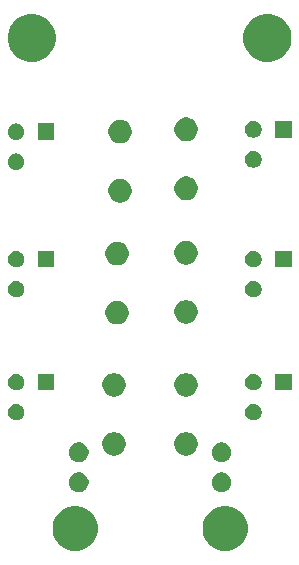
<source format=gbr>
G04 #@! TF.GenerationSoftware,KiCad,Pcbnew,5.0.2-5.fc29*
G04 #@! TF.CreationDate,2019-03-13T23:33:12-07:00*
G04 #@! TF.ProjectId,electroscope_pth,656c6563-7472-46f7-9363-6f70655f7074,rev?*
G04 #@! TF.SameCoordinates,Original*
G04 #@! TF.FileFunction,Soldermask,Top*
G04 #@! TF.FilePolarity,Negative*
%FSLAX46Y46*%
G04 Gerber Fmt 4.6, Leading zero omitted, Abs format (unit mm)*
G04 Created by KiCad (PCBNEW 5.0.2-5.fc29) date Wed 13 Mar 2019 11:33:12 PM PDT*
%MOMM*%
%LPD*%
G01*
G04 APERTURE LIST*
%ADD10C,0.100000*%
G04 APERTURE END LIST*
D10*
G36*
X146669165Y-110568408D02*
X146669167Y-110568409D01*
X146669168Y-110568409D01*
X147015856Y-110712011D01*
X147326458Y-110919549D01*
X147327869Y-110920492D01*
X147593208Y-111185831D01*
X147593210Y-111185834D01*
X147801689Y-111497844D01*
X147945291Y-111844532D01*
X148018500Y-112212574D01*
X148018500Y-112587826D01*
X147945291Y-112955868D01*
X147801689Y-113302556D01*
X147594151Y-113613158D01*
X147593208Y-113614569D01*
X147327869Y-113879908D01*
X147327866Y-113879910D01*
X147015856Y-114088389D01*
X146669168Y-114231991D01*
X146669167Y-114231991D01*
X146669165Y-114231992D01*
X146301128Y-114305200D01*
X145925872Y-114305200D01*
X145557835Y-114231992D01*
X145557833Y-114231991D01*
X145557832Y-114231991D01*
X145211144Y-114088389D01*
X144899134Y-113879910D01*
X144899131Y-113879908D01*
X144633792Y-113614569D01*
X144632849Y-113613158D01*
X144425311Y-113302556D01*
X144281709Y-112955868D01*
X144208500Y-112587826D01*
X144208500Y-112212574D01*
X144281709Y-111844532D01*
X144425311Y-111497844D01*
X144633790Y-111185834D01*
X144633792Y-111185831D01*
X144899131Y-110920492D01*
X144900542Y-110919549D01*
X145211144Y-110712011D01*
X145557832Y-110568409D01*
X145557833Y-110568409D01*
X145557835Y-110568408D01*
X145925872Y-110495200D01*
X146301128Y-110495200D01*
X146669165Y-110568408D01*
X146669165Y-110568408D01*
G37*
G36*
X133969165Y-110568408D02*
X133969167Y-110568409D01*
X133969168Y-110568409D01*
X134315856Y-110712011D01*
X134626458Y-110919549D01*
X134627869Y-110920492D01*
X134893208Y-111185831D01*
X134893210Y-111185834D01*
X135101689Y-111497844D01*
X135245291Y-111844532D01*
X135318500Y-112212574D01*
X135318500Y-112587826D01*
X135245291Y-112955868D01*
X135101689Y-113302556D01*
X134894151Y-113613158D01*
X134893208Y-113614569D01*
X134627869Y-113879908D01*
X134627866Y-113879910D01*
X134315856Y-114088389D01*
X133969168Y-114231991D01*
X133969167Y-114231991D01*
X133969165Y-114231992D01*
X133601128Y-114305200D01*
X133225872Y-114305200D01*
X132857835Y-114231992D01*
X132857833Y-114231991D01*
X132857832Y-114231991D01*
X132511144Y-114088389D01*
X132199134Y-113879910D01*
X132199131Y-113879908D01*
X131933792Y-113614569D01*
X131932849Y-113613158D01*
X131725311Y-113302556D01*
X131581709Y-112955868D01*
X131508500Y-112587826D01*
X131508500Y-112212574D01*
X131581709Y-111844532D01*
X131725311Y-111497844D01*
X131933790Y-111185834D01*
X131933792Y-111185831D01*
X132199131Y-110920492D01*
X132200542Y-110919549D01*
X132511144Y-110712011D01*
X132857832Y-110568409D01*
X132857833Y-110568409D01*
X132857835Y-110568408D01*
X133225872Y-110495200D01*
X133601128Y-110495200D01*
X133969165Y-110568408D01*
X133969165Y-110568408D01*
G37*
G36*
X146056494Y-107684011D02*
X146209037Y-107747196D01*
X146346325Y-107838929D01*
X146463071Y-107955675D01*
X146554804Y-108092963D01*
X146617989Y-108245506D01*
X146650200Y-108407443D01*
X146650200Y-108572557D01*
X146617989Y-108734494D01*
X146554804Y-108887037D01*
X146463071Y-109024325D01*
X146346325Y-109141071D01*
X146209037Y-109232804D01*
X146056494Y-109295989D01*
X145894557Y-109328200D01*
X145729443Y-109328200D01*
X145567506Y-109295989D01*
X145414963Y-109232804D01*
X145277675Y-109141071D01*
X145160929Y-109024325D01*
X145069196Y-108887037D01*
X145006011Y-108734494D01*
X144973800Y-108572557D01*
X144973800Y-108407443D01*
X145006011Y-108245506D01*
X145069196Y-108092963D01*
X145160929Y-107955675D01*
X145277675Y-107838929D01*
X145414963Y-107747196D01*
X145567506Y-107684011D01*
X145729443Y-107651800D01*
X145894557Y-107651800D01*
X146056494Y-107684011D01*
X146056494Y-107684011D01*
G37*
G36*
X133960494Y-107684011D02*
X134113037Y-107747196D01*
X134250325Y-107838929D01*
X134367071Y-107955675D01*
X134458804Y-108092963D01*
X134521989Y-108245506D01*
X134554200Y-108407443D01*
X134554200Y-108572557D01*
X134521989Y-108734494D01*
X134458804Y-108887037D01*
X134367071Y-109024325D01*
X134250325Y-109141071D01*
X134113037Y-109232804D01*
X133960494Y-109295989D01*
X133798557Y-109328200D01*
X133633443Y-109328200D01*
X133471506Y-109295989D01*
X133318963Y-109232804D01*
X133181675Y-109141071D01*
X133064929Y-109024325D01*
X132973196Y-108887037D01*
X132910011Y-108734494D01*
X132877800Y-108572557D01*
X132877800Y-108407443D01*
X132910011Y-108245506D01*
X132973196Y-108092963D01*
X133064929Y-107955675D01*
X133181675Y-107838929D01*
X133318963Y-107747196D01*
X133471506Y-107684011D01*
X133633443Y-107651800D01*
X133798557Y-107651800D01*
X133960494Y-107684011D01*
X133960494Y-107684011D01*
G37*
G36*
X146056494Y-105144011D02*
X146209037Y-105207196D01*
X146346325Y-105298929D01*
X146463071Y-105415675D01*
X146554804Y-105552963D01*
X146617989Y-105705506D01*
X146650200Y-105867443D01*
X146650200Y-106032557D01*
X146617989Y-106194494D01*
X146554804Y-106347037D01*
X146463071Y-106484325D01*
X146346325Y-106601071D01*
X146209037Y-106692804D01*
X146056494Y-106755989D01*
X145894557Y-106788200D01*
X145729443Y-106788200D01*
X145567506Y-106755989D01*
X145414963Y-106692804D01*
X145277675Y-106601071D01*
X145160929Y-106484325D01*
X145069196Y-106347037D01*
X145006011Y-106194494D01*
X144973800Y-106032557D01*
X144973800Y-105867443D01*
X145006011Y-105705506D01*
X145069196Y-105552963D01*
X145160929Y-105415675D01*
X145277675Y-105298929D01*
X145414963Y-105207196D01*
X145567506Y-105144011D01*
X145729443Y-105111800D01*
X145894557Y-105111800D01*
X146056494Y-105144011D01*
X146056494Y-105144011D01*
G37*
G36*
X133960494Y-105144011D02*
X134113037Y-105207196D01*
X134250325Y-105298929D01*
X134367071Y-105415675D01*
X134458804Y-105552963D01*
X134521989Y-105705506D01*
X134554200Y-105867443D01*
X134554200Y-106032557D01*
X134521989Y-106194494D01*
X134458804Y-106347037D01*
X134367071Y-106484325D01*
X134250325Y-106601071D01*
X134113037Y-106692804D01*
X133960494Y-106755989D01*
X133798557Y-106788200D01*
X133633443Y-106788200D01*
X133471506Y-106755989D01*
X133318963Y-106692804D01*
X133181675Y-106601071D01*
X133064929Y-106484325D01*
X132973196Y-106347037D01*
X132910011Y-106194494D01*
X132877800Y-106032557D01*
X132877800Y-105867443D01*
X132910011Y-105705506D01*
X132973196Y-105552963D01*
X133064929Y-105415675D01*
X133181675Y-105298929D01*
X133318963Y-105207196D01*
X133471506Y-105144011D01*
X133633443Y-105111800D01*
X133798557Y-105111800D01*
X133960494Y-105144011D01*
X133960494Y-105144011D01*
G37*
G36*
X143102538Y-104283819D02*
X143284437Y-104359164D01*
X143448141Y-104468548D01*
X143587352Y-104607759D01*
X143696736Y-104771463D01*
X143772081Y-104953362D01*
X143810490Y-105146457D01*
X143810490Y-105343343D01*
X143772081Y-105536438D01*
X143696736Y-105718337D01*
X143587352Y-105882041D01*
X143448141Y-106021252D01*
X143284437Y-106130636D01*
X143102538Y-106205981D01*
X142909443Y-106244390D01*
X142712557Y-106244390D01*
X142519462Y-106205981D01*
X142337563Y-106130636D01*
X142173859Y-106021252D01*
X142034648Y-105882041D01*
X141925264Y-105718337D01*
X141849919Y-105536438D01*
X141811510Y-105343343D01*
X141811510Y-105146457D01*
X141849919Y-104953362D01*
X141925264Y-104771463D01*
X142034648Y-104607759D01*
X142173859Y-104468548D01*
X142337563Y-104359164D01*
X142519462Y-104283819D01*
X142712557Y-104245410D01*
X142909443Y-104245410D01*
X143102538Y-104283819D01*
X143102538Y-104283819D01*
G37*
G36*
X137006538Y-104283819D02*
X137188437Y-104359164D01*
X137352141Y-104468548D01*
X137491352Y-104607759D01*
X137600736Y-104771463D01*
X137676081Y-104953362D01*
X137714490Y-105146457D01*
X137714490Y-105343343D01*
X137676081Y-105536438D01*
X137600736Y-105718337D01*
X137491352Y-105882041D01*
X137352141Y-106021252D01*
X137188437Y-106130636D01*
X137006538Y-106205981D01*
X136813443Y-106244390D01*
X136616557Y-106244390D01*
X136423462Y-106205981D01*
X136241563Y-106130636D01*
X136077859Y-106021252D01*
X135938648Y-105882041D01*
X135829264Y-105718337D01*
X135753919Y-105536438D01*
X135715510Y-105343343D01*
X135715510Y-105146457D01*
X135753919Y-104953362D01*
X135829264Y-104771463D01*
X135938648Y-104607759D01*
X136077859Y-104468548D01*
X136241563Y-104359164D01*
X136423462Y-104283819D01*
X136616557Y-104245410D01*
X136813443Y-104245410D01*
X137006538Y-104283819D01*
X137006538Y-104283819D01*
G37*
G36*
X148714745Y-101880842D02*
X148841863Y-101933496D01*
X148956271Y-102009941D01*
X149053559Y-102107229D01*
X149130004Y-102221637D01*
X149182658Y-102348755D01*
X149209500Y-102483702D01*
X149209500Y-102621298D01*
X149182658Y-102756245D01*
X149130004Y-102883363D01*
X149053559Y-102997771D01*
X148956271Y-103095059D01*
X148841863Y-103171504D01*
X148714745Y-103224158D01*
X148579798Y-103251000D01*
X148442202Y-103251000D01*
X148307255Y-103224158D01*
X148180137Y-103171504D01*
X148065729Y-103095059D01*
X147968441Y-102997771D01*
X147891996Y-102883363D01*
X147839342Y-102756245D01*
X147812500Y-102621298D01*
X147812500Y-102483702D01*
X147839342Y-102348755D01*
X147891996Y-102221637D01*
X147968441Y-102107229D01*
X148065729Y-102009941D01*
X148180137Y-101933496D01*
X148307255Y-101880842D01*
X148442202Y-101854000D01*
X148579798Y-101854000D01*
X148714745Y-101880842D01*
X148714745Y-101880842D01*
G37*
G36*
X128628945Y-101880842D02*
X128756063Y-101933496D01*
X128870471Y-102009941D01*
X128967759Y-102107229D01*
X129044204Y-102221637D01*
X129096858Y-102348755D01*
X129123700Y-102483702D01*
X129123700Y-102621298D01*
X129096858Y-102756245D01*
X129044204Y-102883363D01*
X128967759Y-102997771D01*
X128870471Y-103095059D01*
X128756063Y-103171504D01*
X128628945Y-103224158D01*
X128493998Y-103251000D01*
X128356402Y-103251000D01*
X128221455Y-103224158D01*
X128094337Y-103171504D01*
X127979929Y-103095059D01*
X127882641Y-102997771D01*
X127806196Y-102883363D01*
X127753542Y-102756245D01*
X127726700Y-102621298D01*
X127726700Y-102483702D01*
X127753542Y-102348755D01*
X127806196Y-102221637D01*
X127882641Y-102107229D01*
X127979929Y-102009941D01*
X128094337Y-101933496D01*
X128221455Y-101880842D01*
X128356402Y-101854000D01*
X128493998Y-101854000D01*
X128628945Y-101880842D01*
X128628945Y-101880842D01*
G37*
G36*
X137006538Y-99282559D02*
X137188437Y-99357904D01*
X137352141Y-99467288D01*
X137491352Y-99606499D01*
X137600736Y-99770203D01*
X137676081Y-99952102D01*
X137714490Y-100145197D01*
X137714490Y-100342083D01*
X137676081Y-100535178D01*
X137600736Y-100717077D01*
X137491352Y-100880781D01*
X137352141Y-101019992D01*
X137188437Y-101129376D01*
X137006538Y-101204721D01*
X136813443Y-101243130D01*
X136616557Y-101243130D01*
X136423462Y-101204721D01*
X136241563Y-101129376D01*
X136077859Y-101019992D01*
X135938648Y-100880781D01*
X135829264Y-100717077D01*
X135753919Y-100535178D01*
X135715510Y-100342083D01*
X135715510Y-100145197D01*
X135753919Y-99952102D01*
X135829264Y-99770203D01*
X135938648Y-99606499D01*
X136077859Y-99467288D01*
X136241563Y-99357904D01*
X136423462Y-99282559D01*
X136616557Y-99244150D01*
X136813443Y-99244150D01*
X137006538Y-99282559D01*
X137006538Y-99282559D01*
G37*
G36*
X143102538Y-99282559D02*
X143284437Y-99357904D01*
X143448141Y-99467288D01*
X143587352Y-99606499D01*
X143696736Y-99770203D01*
X143772081Y-99952102D01*
X143810490Y-100145197D01*
X143810490Y-100342083D01*
X143772081Y-100535178D01*
X143696736Y-100717077D01*
X143587352Y-100880781D01*
X143448141Y-101019992D01*
X143284437Y-101129376D01*
X143102538Y-101204721D01*
X142909443Y-101243130D01*
X142712557Y-101243130D01*
X142519462Y-101204721D01*
X142337563Y-101129376D01*
X142173859Y-101019992D01*
X142034648Y-100880781D01*
X141925264Y-100717077D01*
X141849919Y-100535178D01*
X141811510Y-100342083D01*
X141811510Y-100145197D01*
X141849919Y-99952102D01*
X141925264Y-99770203D01*
X142034648Y-99606499D01*
X142173859Y-99467288D01*
X142337563Y-99357904D01*
X142519462Y-99282559D01*
X142712557Y-99244150D01*
X142909443Y-99244150D01*
X143102538Y-99282559D01*
X143102538Y-99282559D01*
G37*
G36*
X151749500Y-100711000D02*
X150352500Y-100711000D01*
X150352500Y-99314000D01*
X151749500Y-99314000D01*
X151749500Y-100711000D01*
X151749500Y-100711000D01*
G37*
G36*
X148714745Y-99340842D02*
X148841863Y-99393496D01*
X148956271Y-99469941D01*
X149053559Y-99567229D01*
X149130004Y-99681637D01*
X149182658Y-99808755D01*
X149209500Y-99943702D01*
X149209500Y-100081298D01*
X149182658Y-100216245D01*
X149130004Y-100343363D01*
X149053559Y-100457771D01*
X148956271Y-100555059D01*
X148841863Y-100631504D01*
X148714745Y-100684158D01*
X148579798Y-100711000D01*
X148442202Y-100711000D01*
X148307255Y-100684158D01*
X148180137Y-100631504D01*
X148065729Y-100555059D01*
X147968441Y-100457771D01*
X147891996Y-100343363D01*
X147839342Y-100216245D01*
X147812500Y-100081298D01*
X147812500Y-99943702D01*
X147839342Y-99808755D01*
X147891996Y-99681637D01*
X147968441Y-99567229D01*
X148065729Y-99469941D01*
X148180137Y-99393496D01*
X148307255Y-99340842D01*
X148442202Y-99314000D01*
X148579798Y-99314000D01*
X148714745Y-99340842D01*
X148714745Y-99340842D01*
G37*
G36*
X131663700Y-100711000D02*
X130266700Y-100711000D01*
X130266700Y-99314000D01*
X131663700Y-99314000D01*
X131663700Y-100711000D01*
X131663700Y-100711000D01*
G37*
G36*
X128628945Y-99340842D02*
X128756063Y-99393496D01*
X128870471Y-99469941D01*
X128967759Y-99567229D01*
X129044204Y-99681637D01*
X129096858Y-99808755D01*
X129123700Y-99943702D01*
X129123700Y-100081298D01*
X129096858Y-100216245D01*
X129044204Y-100343363D01*
X128967759Y-100457771D01*
X128870471Y-100555059D01*
X128756063Y-100631504D01*
X128628945Y-100684158D01*
X128493998Y-100711000D01*
X128356402Y-100711000D01*
X128221455Y-100684158D01*
X128094337Y-100631504D01*
X127979929Y-100555059D01*
X127882641Y-100457771D01*
X127806196Y-100343363D01*
X127753542Y-100216245D01*
X127726700Y-100081298D01*
X127726700Y-99943702D01*
X127753542Y-99808755D01*
X127806196Y-99681637D01*
X127882641Y-99567229D01*
X127979929Y-99469941D01*
X128094337Y-99393496D01*
X128221455Y-99340842D01*
X128356402Y-99314000D01*
X128493998Y-99314000D01*
X128628945Y-99340842D01*
X128628945Y-99340842D01*
G37*
G36*
X137260538Y-93171319D02*
X137442437Y-93246664D01*
X137606141Y-93356048D01*
X137745352Y-93495259D01*
X137854736Y-93658963D01*
X137930081Y-93840862D01*
X137968490Y-94033957D01*
X137968490Y-94230843D01*
X137930081Y-94423938D01*
X137854736Y-94605837D01*
X137745352Y-94769541D01*
X137606141Y-94908752D01*
X137442437Y-95018136D01*
X137260538Y-95093481D01*
X137067443Y-95131890D01*
X136870557Y-95131890D01*
X136677462Y-95093481D01*
X136495563Y-95018136D01*
X136331859Y-94908752D01*
X136192648Y-94769541D01*
X136083264Y-94605837D01*
X136007919Y-94423938D01*
X135969510Y-94230843D01*
X135969510Y-94033957D01*
X136007919Y-93840862D01*
X136083264Y-93658963D01*
X136192648Y-93495259D01*
X136331859Y-93356048D01*
X136495563Y-93246664D01*
X136677462Y-93171319D01*
X136870557Y-93132910D01*
X137067443Y-93132910D01*
X137260538Y-93171319D01*
X137260538Y-93171319D01*
G37*
G36*
X143102538Y-93105279D02*
X143284437Y-93180624D01*
X143448141Y-93290008D01*
X143587352Y-93429219D01*
X143696736Y-93592923D01*
X143772081Y-93774822D01*
X143810490Y-93967917D01*
X143810490Y-94164803D01*
X143772081Y-94357898D01*
X143696736Y-94539797D01*
X143587352Y-94703501D01*
X143448141Y-94842712D01*
X143284437Y-94952096D01*
X143102538Y-95027441D01*
X142909443Y-95065850D01*
X142712557Y-95065850D01*
X142519462Y-95027441D01*
X142337563Y-94952096D01*
X142173859Y-94842712D01*
X142034648Y-94703501D01*
X141925264Y-94539797D01*
X141849919Y-94357898D01*
X141811510Y-94164803D01*
X141811510Y-93967917D01*
X141849919Y-93774822D01*
X141925264Y-93592923D01*
X142034648Y-93429219D01*
X142173859Y-93290008D01*
X142337563Y-93180624D01*
X142519462Y-93105279D01*
X142712557Y-93066870D01*
X142909443Y-93066870D01*
X143102538Y-93105279D01*
X143102538Y-93105279D01*
G37*
G36*
X128628945Y-91466842D02*
X128756063Y-91519496D01*
X128870471Y-91595941D01*
X128967759Y-91693229D01*
X129044204Y-91807637D01*
X129096858Y-91934755D01*
X129123700Y-92069702D01*
X129123700Y-92207298D01*
X129096858Y-92342245D01*
X129044204Y-92469363D01*
X128967759Y-92583771D01*
X128870471Y-92681059D01*
X128756063Y-92757504D01*
X128628945Y-92810158D01*
X128493998Y-92837000D01*
X128356402Y-92837000D01*
X128221455Y-92810158D01*
X128094337Y-92757504D01*
X127979929Y-92681059D01*
X127882641Y-92583771D01*
X127806196Y-92469363D01*
X127753542Y-92342245D01*
X127726700Y-92207298D01*
X127726700Y-92069702D01*
X127753542Y-91934755D01*
X127806196Y-91807637D01*
X127882641Y-91693229D01*
X127979929Y-91595941D01*
X128094337Y-91519496D01*
X128221455Y-91466842D01*
X128356402Y-91440000D01*
X128493998Y-91440000D01*
X128628945Y-91466842D01*
X128628945Y-91466842D01*
G37*
G36*
X148714745Y-91466842D02*
X148841863Y-91519496D01*
X148956271Y-91595941D01*
X149053559Y-91693229D01*
X149130004Y-91807637D01*
X149182658Y-91934755D01*
X149209500Y-92069702D01*
X149209500Y-92207298D01*
X149182658Y-92342245D01*
X149130004Y-92469363D01*
X149053559Y-92583771D01*
X148956271Y-92681059D01*
X148841863Y-92757504D01*
X148714745Y-92810158D01*
X148579798Y-92837000D01*
X148442202Y-92837000D01*
X148307255Y-92810158D01*
X148180137Y-92757504D01*
X148065729Y-92681059D01*
X147968441Y-92583771D01*
X147891996Y-92469363D01*
X147839342Y-92342245D01*
X147812500Y-92207298D01*
X147812500Y-92069702D01*
X147839342Y-91934755D01*
X147891996Y-91807637D01*
X147968441Y-91693229D01*
X148065729Y-91595941D01*
X148180137Y-91519496D01*
X148307255Y-91466842D01*
X148442202Y-91440000D01*
X148579798Y-91440000D01*
X148714745Y-91466842D01*
X148714745Y-91466842D01*
G37*
G36*
X151749500Y-90297000D02*
X150352500Y-90297000D01*
X150352500Y-88900000D01*
X151749500Y-88900000D01*
X151749500Y-90297000D01*
X151749500Y-90297000D01*
G37*
G36*
X148714745Y-88926842D02*
X148841863Y-88979496D01*
X148956271Y-89055941D01*
X149053559Y-89153229D01*
X149130004Y-89267637D01*
X149182658Y-89394755D01*
X149209500Y-89529702D01*
X149209500Y-89667298D01*
X149182658Y-89802245D01*
X149130004Y-89929363D01*
X149053559Y-90043771D01*
X148956271Y-90141059D01*
X148841863Y-90217504D01*
X148714745Y-90270158D01*
X148579798Y-90297000D01*
X148442202Y-90297000D01*
X148307255Y-90270158D01*
X148180137Y-90217504D01*
X148065729Y-90141059D01*
X147968441Y-90043771D01*
X147891996Y-89929363D01*
X147839342Y-89802245D01*
X147812500Y-89667298D01*
X147812500Y-89529702D01*
X147839342Y-89394755D01*
X147891996Y-89267637D01*
X147968441Y-89153229D01*
X148065729Y-89055941D01*
X148180137Y-88979496D01*
X148307255Y-88926842D01*
X148442202Y-88900000D01*
X148579798Y-88900000D01*
X148714745Y-88926842D01*
X148714745Y-88926842D01*
G37*
G36*
X131663700Y-90297000D02*
X130266700Y-90297000D01*
X130266700Y-88900000D01*
X131663700Y-88900000D01*
X131663700Y-90297000D01*
X131663700Y-90297000D01*
G37*
G36*
X128628945Y-88926842D02*
X128756063Y-88979496D01*
X128870471Y-89055941D01*
X128967759Y-89153229D01*
X129044204Y-89267637D01*
X129096858Y-89394755D01*
X129123700Y-89529702D01*
X129123700Y-89667298D01*
X129096858Y-89802245D01*
X129044204Y-89929363D01*
X128967759Y-90043771D01*
X128870471Y-90141059D01*
X128756063Y-90217504D01*
X128628945Y-90270158D01*
X128493998Y-90297000D01*
X128356402Y-90297000D01*
X128221455Y-90270158D01*
X128094337Y-90217504D01*
X127979929Y-90141059D01*
X127882641Y-90043771D01*
X127806196Y-89929363D01*
X127753542Y-89802245D01*
X127726700Y-89667298D01*
X127726700Y-89529702D01*
X127753542Y-89394755D01*
X127806196Y-89267637D01*
X127882641Y-89153229D01*
X127979929Y-89055941D01*
X128094337Y-88979496D01*
X128221455Y-88926842D01*
X128356402Y-88900000D01*
X128493998Y-88900000D01*
X128628945Y-88926842D01*
X128628945Y-88926842D01*
G37*
G36*
X137260538Y-88170059D02*
X137442437Y-88245404D01*
X137606141Y-88354788D01*
X137745352Y-88493999D01*
X137854736Y-88657703D01*
X137930081Y-88839602D01*
X137968490Y-89032697D01*
X137968490Y-89229583D01*
X137930081Y-89422678D01*
X137854736Y-89604577D01*
X137745352Y-89768281D01*
X137606141Y-89907492D01*
X137442437Y-90016876D01*
X137260538Y-90092221D01*
X137067443Y-90130630D01*
X136870557Y-90130630D01*
X136677462Y-90092221D01*
X136495563Y-90016876D01*
X136331859Y-89907492D01*
X136192648Y-89768281D01*
X136083264Y-89604577D01*
X136007919Y-89422678D01*
X135969510Y-89229583D01*
X135969510Y-89032697D01*
X136007919Y-88839602D01*
X136083264Y-88657703D01*
X136192648Y-88493999D01*
X136331859Y-88354788D01*
X136495563Y-88245404D01*
X136677462Y-88170059D01*
X136870557Y-88131650D01*
X137067443Y-88131650D01*
X137260538Y-88170059D01*
X137260538Y-88170059D01*
G37*
G36*
X143102538Y-88104019D02*
X143284437Y-88179364D01*
X143448141Y-88288748D01*
X143587352Y-88427959D01*
X143696736Y-88591663D01*
X143772081Y-88773562D01*
X143810490Y-88966657D01*
X143810490Y-89163543D01*
X143772081Y-89356638D01*
X143696736Y-89538537D01*
X143587352Y-89702241D01*
X143448141Y-89841452D01*
X143284437Y-89950836D01*
X143102538Y-90026181D01*
X142909443Y-90064590D01*
X142712557Y-90064590D01*
X142519462Y-90026181D01*
X142337563Y-89950836D01*
X142173859Y-89841452D01*
X142034648Y-89702241D01*
X141925264Y-89538537D01*
X141849919Y-89356638D01*
X141811510Y-89163543D01*
X141811510Y-88966657D01*
X141849919Y-88773562D01*
X141925264Y-88591663D01*
X142034648Y-88427959D01*
X142173859Y-88288748D01*
X142337563Y-88179364D01*
X142519462Y-88104019D01*
X142712557Y-88065610D01*
X142909443Y-88065610D01*
X143102538Y-88104019D01*
X143102538Y-88104019D01*
G37*
G36*
X137514538Y-82846219D02*
X137696437Y-82921564D01*
X137860141Y-83030948D01*
X137999352Y-83170159D01*
X138108736Y-83333863D01*
X138184081Y-83515762D01*
X138222490Y-83708857D01*
X138222490Y-83905743D01*
X138184081Y-84098838D01*
X138108736Y-84280737D01*
X137999352Y-84444441D01*
X137860141Y-84583652D01*
X137696437Y-84693036D01*
X137514538Y-84768381D01*
X137321443Y-84806790D01*
X137124557Y-84806790D01*
X136931462Y-84768381D01*
X136749563Y-84693036D01*
X136585859Y-84583652D01*
X136446648Y-84444441D01*
X136337264Y-84280737D01*
X136261919Y-84098838D01*
X136223510Y-83905743D01*
X136223510Y-83708857D01*
X136261919Y-83515762D01*
X136337264Y-83333863D01*
X136446648Y-83170159D01*
X136585859Y-83030948D01*
X136749563Y-82921564D01*
X136931462Y-82846219D01*
X137124557Y-82807810D01*
X137321443Y-82807810D01*
X137514538Y-82846219D01*
X137514538Y-82846219D01*
G37*
G36*
X143102538Y-82640479D02*
X143284437Y-82715824D01*
X143448141Y-82825208D01*
X143587352Y-82964419D01*
X143696736Y-83128123D01*
X143772081Y-83310022D01*
X143810490Y-83503117D01*
X143810490Y-83700003D01*
X143772081Y-83893098D01*
X143696736Y-84074997D01*
X143587352Y-84238701D01*
X143448141Y-84377912D01*
X143284437Y-84487296D01*
X143102538Y-84562641D01*
X142909443Y-84601050D01*
X142712557Y-84601050D01*
X142519462Y-84562641D01*
X142337563Y-84487296D01*
X142173859Y-84377912D01*
X142034648Y-84238701D01*
X141925264Y-84074997D01*
X141849919Y-83893098D01*
X141811510Y-83700003D01*
X141811510Y-83503117D01*
X141849919Y-83310022D01*
X141925264Y-83128123D01*
X142034648Y-82964419D01*
X142173859Y-82825208D01*
X142337563Y-82715824D01*
X142519462Y-82640479D01*
X142712557Y-82602070D01*
X142909443Y-82602070D01*
X143102538Y-82640479D01*
X143102538Y-82640479D01*
G37*
G36*
X128616245Y-80674382D02*
X128743363Y-80727036D01*
X128857771Y-80803481D01*
X128955059Y-80900769D01*
X129031504Y-81015177D01*
X129084158Y-81142295D01*
X129111000Y-81277242D01*
X129111000Y-81414838D01*
X129084158Y-81549785D01*
X129031504Y-81676903D01*
X128955059Y-81791311D01*
X128857771Y-81888599D01*
X128743363Y-81965044D01*
X128616245Y-82017698D01*
X128481298Y-82044540D01*
X128343702Y-82044540D01*
X128208755Y-82017698D01*
X128081637Y-81965044D01*
X127967229Y-81888599D01*
X127869941Y-81791311D01*
X127793496Y-81676903D01*
X127740842Y-81549785D01*
X127714000Y-81414838D01*
X127714000Y-81277242D01*
X127740842Y-81142295D01*
X127793496Y-81015177D01*
X127869941Y-80900769D01*
X127967229Y-80803481D01*
X128081637Y-80727036D01*
X128208755Y-80674382D01*
X128343702Y-80647540D01*
X128481298Y-80647540D01*
X128616245Y-80674382D01*
X128616245Y-80674382D01*
G37*
G36*
X148714745Y-80481342D02*
X148841863Y-80533996D01*
X148956271Y-80610441D01*
X149053559Y-80707729D01*
X149130004Y-80822137D01*
X149182658Y-80949255D01*
X149209500Y-81084202D01*
X149209500Y-81221798D01*
X149182658Y-81356745D01*
X149130004Y-81483863D01*
X149053559Y-81598271D01*
X148956271Y-81695559D01*
X148841863Y-81772004D01*
X148714745Y-81824658D01*
X148579798Y-81851500D01*
X148442202Y-81851500D01*
X148307255Y-81824658D01*
X148180137Y-81772004D01*
X148065729Y-81695559D01*
X147968441Y-81598271D01*
X147891996Y-81483863D01*
X147839342Y-81356745D01*
X147812500Y-81221798D01*
X147812500Y-81084202D01*
X147839342Y-80949255D01*
X147891996Y-80822137D01*
X147968441Y-80707729D01*
X148065729Y-80610441D01*
X148180137Y-80533996D01*
X148307255Y-80481342D01*
X148442202Y-80454500D01*
X148579798Y-80454500D01*
X148714745Y-80481342D01*
X148714745Y-80481342D01*
G37*
G36*
X137514538Y-77844959D02*
X137696437Y-77920304D01*
X137860141Y-78029688D01*
X137999352Y-78168899D01*
X138108736Y-78332603D01*
X138184081Y-78514502D01*
X138222490Y-78707597D01*
X138222490Y-78904483D01*
X138184081Y-79097578D01*
X138108736Y-79279477D01*
X137999352Y-79443181D01*
X137860141Y-79582392D01*
X137696437Y-79691776D01*
X137514538Y-79767121D01*
X137321443Y-79805530D01*
X137124557Y-79805530D01*
X136931462Y-79767121D01*
X136749563Y-79691776D01*
X136585859Y-79582392D01*
X136446648Y-79443181D01*
X136337264Y-79279477D01*
X136261919Y-79097578D01*
X136223510Y-78904483D01*
X136223510Y-78707597D01*
X136261919Y-78514502D01*
X136337264Y-78332603D01*
X136446648Y-78168899D01*
X136585859Y-78029688D01*
X136749563Y-77920304D01*
X136931462Y-77844959D01*
X137124557Y-77806550D01*
X137321443Y-77806550D01*
X137514538Y-77844959D01*
X137514538Y-77844959D01*
G37*
G36*
X143102538Y-77639219D02*
X143284437Y-77714564D01*
X143448141Y-77823948D01*
X143587352Y-77963159D01*
X143696736Y-78126863D01*
X143772081Y-78308762D01*
X143810490Y-78501857D01*
X143810490Y-78698743D01*
X143772081Y-78891838D01*
X143696736Y-79073737D01*
X143587352Y-79237441D01*
X143448141Y-79376652D01*
X143284437Y-79486036D01*
X143102538Y-79561381D01*
X142909443Y-79599790D01*
X142712557Y-79599790D01*
X142519462Y-79561381D01*
X142337563Y-79486036D01*
X142173859Y-79376652D01*
X142034648Y-79237441D01*
X141925264Y-79073737D01*
X141849919Y-78891838D01*
X141811510Y-78698743D01*
X141811510Y-78501857D01*
X141849919Y-78308762D01*
X141925264Y-78126863D01*
X142034648Y-77963159D01*
X142173859Y-77823948D01*
X142337563Y-77714564D01*
X142519462Y-77639219D01*
X142712557Y-77600810D01*
X142909443Y-77600810D01*
X143102538Y-77639219D01*
X143102538Y-77639219D01*
G37*
G36*
X128616245Y-78134382D02*
X128743363Y-78187036D01*
X128857771Y-78263481D01*
X128955059Y-78360769D01*
X129031504Y-78475177D01*
X129084158Y-78602295D01*
X129111000Y-78737242D01*
X129111000Y-78874838D01*
X129084158Y-79009785D01*
X129031504Y-79136903D01*
X128955059Y-79251311D01*
X128857771Y-79348599D01*
X128743363Y-79425044D01*
X128616245Y-79477698D01*
X128481298Y-79504540D01*
X128343702Y-79504540D01*
X128208755Y-79477698D01*
X128081637Y-79425044D01*
X127967229Y-79348599D01*
X127869941Y-79251311D01*
X127793496Y-79136903D01*
X127740842Y-79009785D01*
X127714000Y-78874838D01*
X127714000Y-78737242D01*
X127740842Y-78602295D01*
X127793496Y-78475177D01*
X127869941Y-78360769D01*
X127967229Y-78263481D01*
X128081637Y-78187036D01*
X128208755Y-78134382D01*
X128343702Y-78107540D01*
X128481298Y-78107540D01*
X128616245Y-78134382D01*
X128616245Y-78134382D01*
G37*
G36*
X131651000Y-79504540D02*
X130254000Y-79504540D01*
X130254000Y-78107540D01*
X131651000Y-78107540D01*
X131651000Y-79504540D01*
X131651000Y-79504540D01*
G37*
G36*
X148714745Y-77941342D02*
X148841863Y-77993996D01*
X148956271Y-78070441D01*
X149053559Y-78167729D01*
X149130004Y-78282137D01*
X149182658Y-78409255D01*
X149209500Y-78544202D01*
X149209500Y-78681798D01*
X149182658Y-78816745D01*
X149130004Y-78943863D01*
X149053559Y-79058271D01*
X148956271Y-79155559D01*
X148841863Y-79232004D01*
X148714745Y-79284658D01*
X148579798Y-79311500D01*
X148442202Y-79311500D01*
X148307255Y-79284658D01*
X148180137Y-79232004D01*
X148065729Y-79155559D01*
X147968441Y-79058271D01*
X147891996Y-78943863D01*
X147839342Y-78816745D01*
X147812500Y-78681798D01*
X147812500Y-78544202D01*
X147839342Y-78409255D01*
X147891996Y-78282137D01*
X147968441Y-78167729D01*
X148065729Y-78070441D01*
X148180137Y-77993996D01*
X148307255Y-77941342D01*
X148442202Y-77914500D01*
X148579798Y-77914500D01*
X148714745Y-77941342D01*
X148714745Y-77941342D01*
G37*
G36*
X151749500Y-79311500D02*
X150352500Y-79311500D01*
X150352500Y-77914500D01*
X151749500Y-77914500D01*
X151749500Y-79311500D01*
X151749500Y-79311500D01*
G37*
G36*
X150297712Y-68912088D02*
X150667510Y-69065263D01*
X150667513Y-69065265D01*
X151000325Y-69287643D01*
X151283357Y-69570675D01*
X151505735Y-69903487D01*
X151505737Y-69903490D01*
X151658912Y-70273288D01*
X151737000Y-70665864D01*
X151737000Y-71066136D01*
X151658912Y-71458712D01*
X151505737Y-71828510D01*
X151505735Y-71828513D01*
X151283357Y-72161325D01*
X151000325Y-72444357D01*
X150667513Y-72666735D01*
X150667510Y-72666737D01*
X150297712Y-72819912D01*
X149905136Y-72898000D01*
X149504864Y-72898000D01*
X149112288Y-72819912D01*
X148742490Y-72666737D01*
X148742487Y-72666735D01*
X148409675Y-72444357D01*
X148126643Y-72161325D01*
X147904265Y-71828513D01*
X147904263Y-71828510D01*
X147751088Y-71458712D01*
X147673000Y-71066136D01*
X147673000Y-70665864D01*
X147751088Y-70273288D01*
X147904263Y-69903490D01*
X147904265Y-69903487D01*
X148126643Y-69570675D01*
X148409675Y-69287643D01*
X148742487Y-69065265D01*
X148742490Y-69065263D01*
X149112288Y-68912088D01*
X149504864Y-68834000D01*
X149905136Y-68834000D01*
X150297712Y-68912088D01*
X150297712Y-68912088D01*
G37*
G36*
X130338712Y-68912088D02*
X130708510Y-69065263D01*
X130708513Y-69065265D01*
X131041325Y-69287643D01*
X131324357Y-69570675D01*
X131546735Y-69903487D01*
X131546737Y-69903490D01*
X131699912Y-70273288D01*
X131778000Y-70665864D01*
X131778000Y-71066136D01*
X131699912Y-71458712D01*
X131546737Y-71828510D01*
X131546735Y-71828513D01*
X131324357Y-72161325D01*
X131041325Y-72444357D01*
X130708513Y-72666735D01*
X130708510Y-72666737D01*
X130338712Y-72819912D01*
X129946136Y-72898000D01*
X129545864Y-72898000D01*
X129153288Y-72819912D01*
X128783490Y-72666737D01*
X128783487Y-72666735D01*
X128450675Y-72444357D01*
X128167643Y-72161325D01*
X127945265Y-71828513D01*
X127945263Y-71828510D01*
X127792088Y-71458712D01*
X127714000Y-71066136D01*
X127714000Y-70665864D01*
X127792088Y-70273288D01*
X127945263Y-69903490D01*
X127945265Y-69903487D01*
X128167643Y-69570675D01*
X128450675Y-69287643D01*
X128783487Y-69065265D01*
X128783490Y-69065263D01*
X129153288Y-68912088D01*
X129545864Y-68834000D01*
X129946136Y-68834000D01*
X130338712Y-68912088D01*
X130338712Y-68912088D01*
G37*
M02*

</source>
